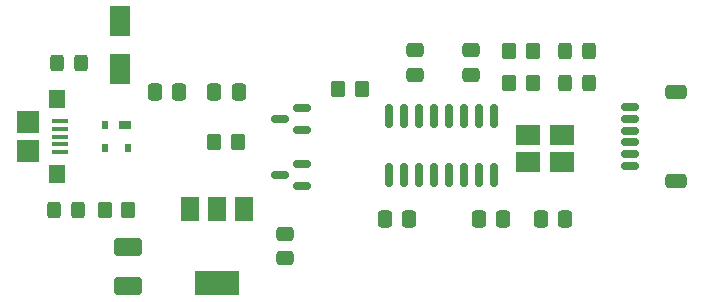
<source format=gtp>
%TF.GenerationSoftware,KiCad,Pcbnew,(6.0.0)*%
%TF.CreationDate,2022-05-09T00:40:02+05:30*%
%TF.ProjectId,usb-micro-programmer,7573622d-6d69-4637-926f-2d70726f6772,rev?*%
%TF.SameCoordinates,Original*%
%TF.FileFunction,Paste,Top*%
%TF.FilePolarity,Positive*%
%FSLAX46Y46*%
G04 Gerber Fmt 4.6, Leading zero omitted, Abs format (unit mm)*
G04 Created by KiCad (PCBNEW (6.0.0)) date 2022-05-09 00:40:02*
%MOMM*%
%LPD*%
G01*
G04 APERTURE LIST*
G04 Aperture macros list*
%AMRoundRect*
0 Rectangle with rounded corners*
0 $1 Rounding radius*
0 $2 $3 $4 $5 $6 $7 $8 $9 X,Y pos of 4 corners*
0 Add a 4 corners polygon primitive as box body*
4,1,4,$2,$3,$4,$5,$6,$7,$8,$9,$2,$3,0*
0 Add four circle primitives for the rounded corners*
1,1,$1+$1,$2,$3*
1,1,$1+$1,$4,$5*
1,1,$1+$1,$6,$7*
1,1,$1+$1,$8,$9*
0 Add four rect primitives between the rounded corners*
20,1,$1+$1,$2,$3,$4,$5,0*
20,1,$1+$1,$4,$5,$6,$7,0*
20,1,$1+$1,$6,$7,$8,$9,0*
20,1,$1+$1,$8,$9,$2,$3,0*%
G04 Aperture macros list end*
%ADD10R,1.700000X2.500000*%
%ADD11RoundRect,0.250000X0.325000X0.450000X-0.325000X0.450000X-0.325000X-0.450000X0.325000X-0.450000X0*%
%ADD12RoundRect,0.250000X0.337500X0.475000X-0.337500X0.475000X-0.337500X-0.475000X0.337500X-0.475000X0*%
%ADD13R,1.000000X0.700000*%
%ADD14R,0.600000X0.700000*%
%ADD15RoundRect,0.150000X0.150000X-0.825000X0.150000X0.825000X-0.150000X0.825000X-0.150000X-0.825000X0*%
%ADD16RoundRect,0.150000X0.587500X0.150000X-0.587500X0.150000X-0.587500X-0.150000X0.587500X-0.150000X0*%
%ADD17RoundRect,0.250000X-0.337500X-0.475000X0.337500X-0.475000X0.337500X0.475000X-0.337500X0.475000X0*%
%ADD18RoundRect,0.150000X0.625000X-0.150000X0.625000X0.150000X-0.625000X0.150000X-0.625000X-0.150000X0*%
%ADD19RoundRect,0.250000X0.650000X-0.350000X0.650000X0.350000X-0.650000X0.350000X-0.650000X-0.350000X0*%
%ADD20RoundRect,0.250000X0.350000X0.450000X-0.350000X0.450000X-0.350000X-0.450000X0.350000X-0.450000X0*%
%ADD21RoundRect,0.250000X0.475000X-0.337500X0.475000X0.337500X-0.475000X0.337500X-0.475000X-0.337500X0*%
%ADD22RoundRect,0.250000X-0.475000X0.337500X-0.475000X-0.337500X0.475000X-0.337500X0.475000X0.337500X0*%
%ADD23R,2.100000X1.800000*%
%ADD24R,1.900000X1.900000*%
%ADD25R,1.400000X1.600000*%
%ADD26R,1.350000X0.400000*%
%ADD27R,1.500000X2.000000*%
%ADD28R,3.800000X2.000000*%
%ADD29RoundRect,0.250000X-0.325000X-0.450000X0.325000X-0.450000X0.325000X0.450000X-0.325000X0.450000X0*%
%ADD30RoundRect,0.250001X-0.924999X0.499999X-0.924999X-0.499999X0.924999X-0.499999X0.924999X0.499999X0*%
%ADD31RoundRect,0.250000X-0.350000X-0.450000X0.350000X-0.450000X0.350000X0.450000X-0.350000X0.450000X0*%
G04 APERTURE END LIST*
D10*
%TO.C,D2*%
X90250000Y-95250000D03*
X90250000Y-99250000D03*
%TD*%
D11*
%TO.C,L2*%
X130000000Y-97750000D03*
X127950000Y-97750000D03*
%TD*%
%TO.C,F1*%
X87025000Y-98750000D03*
X84975000Y-98750000D03*
%TD*%
%TO.C,L1*%
X130000000Y-100500000D03*
X127950000Y-100500000D03*
%TD*%
D12*
%TO.C,C3*%
X128000000Y-112000000D03*
X125925000Y-112000000D03*
%TD*%
D13*
%TO.C,D1*%
X90750000Y-104000000D03*
D14*
X89050000Y-104000000D03*
X89050000Y-106000000D03*
X90950000Y-106000000D03*
%TD*%
D15*
%TO.C,U1*%
X113055000Y-108225000D03*
X114325000Y-108225000D03*
X115595000Y-108225000D03*
X116865000Y-108225000D03*
X118135000Y-108225000D03*
X119405000Y-108225000D03*
X120675000Y-108225000D03*
X121945000Y-108225000D03*
X121945000Y-103275000D03*
X120675000Y-103275000D03*
X119405000Y-103275000D03*
X118135000Y-103275000D03*
X116865000Y-103275000D03*
X115595000Y-103275000D03*
X114325000Y-103275000D03*
X113055000Y-103275000D03*
%TD*%
D16*
%TO.C,Q1*%
X105687500Y-109200000D03*
X105687500Y-107300000D03*
X103812500Y-108250000D03*
%TD*%
D17*
%TO.C,C8*%
X98250000Y-101250000D03*
X100325000Y-101250000D03*
%TD*%
D18*
%TO.C,J2*%
X133500000Y-107500000D03*
X133500000Y-106500000D03*
X133500000Y-105500000D03*
X133500000Y-104500000D03*
X133500000Y-103500000D03*
X133500000Y-102500000D03*
D19*
X137375000Y-101200000D03*
X137375000Y-108800000D03*
%TD*%
D20*
%TO.C,R1*%
X125250000Y-100500000D03*
X123250000Y-100500000D03*
%TD*%
D12*
%TO.C,C5*%
X114787500Y-112000000D03*
X112712500Y-112000000D03*
%TD*%
D17*
%TO.C,C1*%
X120675000Y-112000000D03*
X122750000Y-112000000D03*
%TD*%
D21*
%TO.C,C4*%
X120000000Y-99787500D03*
X120000000Y-97712500D03*
%TD*%
D22*
%TO.C,C9*%
X115250000Y-97712500D03*
X115250000Y-99787500D03*
%TD*%
D20*
%TO.C,R2*%
X125250000Y-97750000D03*
X123250000Y-97750000D03*
%TD*%
D21*
%TO.C,C7*%
X104250000Y-115287500D03*
X104250000Y-113212500D03*
%TD*%
D23*
%TO.C,Y1*%
X124800000Y-107150000D03*
X127700000Y-107150000D03*
X127700000Y-104850000D03*
X124800000Y-104850000D03*
%TD*%
D24*
%TO.C,J1*%
X82499987Y-103799993D03*
D25*
X84949987Y-101799993D03*
D24*
X82499987Y-106199993D03*
D25*
X84949987Y-108199993D03*
D26*
X85174987Y-106299993D03*
X85174987Y-105649993D03*
X85174987Y-104999993D03*
X85174987Y-104349993D03*
X85174987Y-103699993D03*
%TD*%
D27*
%TO.C,U2*%
X100800000Y-111100000D03*
X98500000Y-111100000D03*
D28*
X98500000Y-117400000D03*
D27*
X96200000Y-111100000D03*
%TD*%
D29*
%TO.C,L3*%
X84700000Y-111250000D03*
X86750000Y-111250000D03*
%TD*%
D20*
%TO.C,R5*%
X110750000Y-101000000D03*
X108750000Y-101000000D03*
%TD*%
D16*
%TO.C,Q2*%
X105687500Y-104450000D03*
X105687500Y-102550000D03*
X103812500Y-103500000D03*
%TD*%
D30*
%TO.C,C6*%
X91000000Y-114375000D03*
X91000000Y-117625000D03*
%TD*%
D20*
%TO.C,R4*%
X100250000Y-105500000D03*
X98250000Y-105500000D03*
%TD*%
D31*
%TO.C,R3*%
X89000000Y-111250000D03*
X91000000Y-111250000D03*
%TD*%
D17*
%TO.C,C2*%
X93212500Y-101250000D03*
X95287500Y-101250000D03*
%TD*%
M02*

</source>
